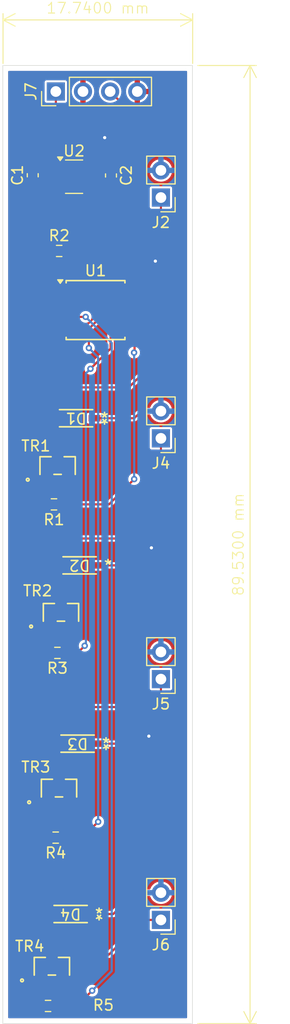
<source format=kicad_pcb>
(kicad_pcb (version 20240108) (generator "pcbnew") (generator_version "8.0")
  (layers (0 "F.Cu" signal) (31 "B.Cu" signal) (34 "B.Paste" user) (35 "F.Paste" user) (36 "B.SilkS" user "B.Silkscreen") (37 "F.SilkS" user "F.Silkscreen") (38 "B.Mask" user) (39 "F.Mask" user) (44 "Edge.Cuts" user))
  (net 0 "")
  (net 1 "GND")
  (net 2 "Vcc")
  (net 3 "Vout")
  (net 4 "BPW34")
  (net 5 "M1")
  (net 6 "Net-(U1-AREF{slash}PB0)")
  (net 7 "Net-(U1-PB1)")
  (net 8 "M2")
  (net 9 "M3")
  (net 10 "Net-(U1-PB2)")
  (net 11 "M4")
  (net 12 "Net-(U1-XTAL2{slash}PB4)")
  (net 13 "unconnected-(U1-~{RESET}{slash}PB5-Pad1)")
  (net 14 "Net-(D1-A)")
  (net 15 "Net-(D2-A)")
  (net 16 "Net-(D3-A)")
  (net 17 "Net-(D4-A)")
  (footprint "Resistor_SMD:R_0603_1608Metric_Pad0.98x0.95mm_HandSolder" (layer "F.Cu") (at 108.4425 135.54 180)
    (property "Reference" "R5" (at -5.1775 0.07 180) (layer "F.SilkS"))
    (property "Value" "R")
    (fp_line (start -0.254724 0.5225) (end 0.254724 0.5225) (stroke (width 0.12)) (layer "F.SilkS"))
    (fp_line (start -0.254724 -0.5225) (end 0.254724 -0.5225) (stroke (width 0.12)) (layer "F.SilkS"))
    (pad "1" smd roundrect (at -0.9125 0 180) (size 0.975 0.95) (layers "F.Cu" "F.Paste" "F.Mask") (net 12 "Net-(U1-XTAL2{slash}PB4)"))
    (pad "2" smd roundrect (at 0.9125 0 180) (size 0.975 0.95) (layers "F.Cu" "F.Paste" "F.Mask") (net 11 "M4"))
  )
  (footprint "Resistor_SMD:R_0603_1608Metric_Pad0.98x0.95mm_HandSolder" (layer "F.Cu") (at 108.9975 88.67 180)
    (property "Reference" "R1" (at 0 -1.43 180) (layer "F.SilkS"))
    (property "Value" "R")
    (fp_line (start -0.254724 0.5225) (end 0.254724 0.5225) (stroke (width 0.12)) (layer "F.SilkS"))
    (fp_line (start -0.254724 -0.5225) (end 0.254724 -0.5225) (stroke (width 0.12)) (layer "F.SilkS"))
    (pad "1" smd roundrect (at -0.9125 0 180) (size 0.975 0.95) (layers "F.Cu" "F.Paste" "F.Mask") (net 6 "Net-(U1-AREF{slash}PB0)"))
    (pad "2" smd roundrect (at 0.9125 0 180) (size 0.975 0.95) (layers "F.Cu" "F.Paste" "F.Mask") (net 5 "M1"))
  )
  (footprint "1N4148SMD:SOD123_DIO" (layer "F.Cu") (at 111.395 94.37 180)
    (property "Reference" "D2" (at 0 0 180) (layer "F.SilkS"))
    (property "Value" "D")
    (fp_line (start 1.552 -0.802) (end -1.552 -0.802) (stroke (width 0.1524)) (layer "F.SilkS"))
    (fp_line (start -1.552 0.802) (end 1.552 0.802) (stroke (width 0.1524)) (layer "F.SilkS"))
    (fp_text user "*" (at -2.6616 0 180) (layer "F.SilkS"))
    (pad "1" smd rect (at -1.725 0 180) (size 1.1112 0.6008) (layers "F.Cu" "F.Paste" "F.Mask") (net 3 "Vout"))
    (pad "2" smd rect (at 1.725 0 180) (size 1.1112 0.6008) (layers "F.Cu" "F.Paste" "F.Mask") (net 15 "Net-(D2-A)"))
  )
  (footprint "Package_SO:SOIC-8W_5.3x5.3mm_P1.27mm" (layer "F.Cu") (at 112.885 70.515)
    (property "Reference" "U1" (at 0 -3.68 0) (layer "F.SilkS"))
    (property "Value" "ATtiny85")
    (fp_line (start -2.75 -2.755) (end -2.75 -2.55) (stroke (width 0.15)) (layer "F.SilkS"))
    (fp_line (start -2.75 -2.755) (end 2.75 -2.755) (stroke (width 0.15)) (layer "F.SilkS"))
    (fp_line (start -2.75 2.755) (end -2.75 2.55) (stroke (width 0.15)) (layer "F.SilkS"))
    (fp_line (start -2.75 2.755) (end 2.75 2.755) (stroke (width 0.15)) (layer "F.SilkS"))
    (fp_line (start 2.75 -2.755) (end 2.75 -2.55) (stroke (width 0.15)) (layer "F.SilkS"))
    (fp_line (start 2.75 2.755) (end 2.75 2.55) (stroke (width 0.15)) (layer "F.SilkS"))
    (fp_poly (pts (xy -3.3 -2.5) (xy -3.54 -2.83) (xy -3.06 -2.83) (xy -3.3 -2.5)) (stroke (width 0.12)) (fill solid) (layer "F.SilkS"))
    (pad "1" smd rect (at -3.65 -1.905) (size 1.7 0.65) (layers "F.Cu" "F.Paste" "F.Mask") (net 13 "unconnected-(U1-~{RESET}{slash}PB5-Pad1)"))
    (pad "2" smd rect (at -3.65 -0.635) (size 1.7 0.65) (layers "F.Cu" "F.Paste" "F.Mask") (net 4 "BPW34"))
    (pad "3" smd rect (at -3.65 0.635) (size 1.7 0.65) (layers "F.Cu" "F.Paste" "F.Mask") (net 12 "Net-(U1-XTAL2{slash}PB4)"))
    (pad "4" smd rect (at -3.65 1.905) (size 1.7 0.65) (layers "F.Cu" "F.Paste" "F.Mask") (net 1 "GND"))
    (pad "5" smd rect (at 3.65 1.905) (size 1.7 0.65) (layers "F.Cu" "F.Paste" "F.Mask") (net 6 "Net-(U1-AREF{slash}PB0)"))
    (pad "6" smd rect (at 3.65 0.635) (size 1.7 0.65) (layers "F.Cu" "F.Paste" "F.Mask") (net 7 "Net-(U1-PB1)"))
    (pad "7" smd rect (at 3.65 -0.635) (size 1.7 0.65) (layers "F.Cu" "F.Paste" "F.Mask") (net 10 "Net-(U1-PB2)"))
    (pad "8" smd rect (at 3.65 -1.905) (size 1.7 0.65) (layers "F.Cu" "F.Paste" "F.Mask") (net 3 "Vout"))
  )
  (footprint "Connector_PinHeader_2.54mm:PinHeader_1x02_P2.54mm_Vertical" (layer "F.Cu") (at 119 127.5 180)
    (property "Reference" "J6" (at 0 -2.33 180) (layer "F.SilkS"))
    (property "Value" "Conn_2")
    (fp_line (start 1.33 1.27) (end 1.33 3.87) (stroke (width 0.12)) (layer "F.SilkS"))
    (fp_line (start -1.33 3.87) (end 1.33 3.87) (stroke (width 0.12)) (layer "F.SilkS"))
    (fp_line (start -1.33 1.27) (end 1.33 1.27) (stroke (width 0.12)) (layer "F.SilkS"))
    (fp_line (start -1.33 1.27) (end -1.33 3.87) (stroke (width 0.12)) (layer "F.SilkS"))
    (fp_line (start -1.33 0) (end -1.33 -1.33) (stroke (width 0.12)) (layer "F.SilkS"))
    (fp_line (start -1.33 -1.33) (end 0 -1.33) (stroke (width 0.12)) (layer "F.SilkS"))
    (pad "1" thru_hole rect (at 0 0 180) (size 1.7 1.7) (drill 1) (layers "*.Cu" "*.Mask") (net 17 "Net-(D4-A)"))
    (pad "2" thru_hole oval (at 0 2.54 180) (size 1.7 1.7) (drill 1) (layers "*.Cu" "*.Mask") (net 3 "Vout"))
  )
  (footprint "1N4148SMD:SOD123_DIO" (layer "F.Cu") (at 110.555 126.95 180)
    (property "Reference" "D4" (at 0 0 180) (layer "F.SilkS"))
    (property "Value" "D")
    (fp_line (start 1.552 -0.802) (end -1.552 -0.802) (stroke (width 0.1524)) (layer "F.SilkS"))
    (fp_line (start -1.552 0.802) (end 1.552 0.802) (stroke (width 0.1524)) (layer "F.SilkS"))
    (fp_text user "*" (at -2.6616 0 180) (layer "F.SilkS"))
    (fp_text user "*" (at -2.6616 0 180) (layer "F.SilkS"))
    (pad "1" smd rect (at -1.725 0 180) (size 1.1112 0.6008) (layers "F.Cu" "F.Paste" "F.Mask") (net 3 "Vout"))
    (pad "2" smd rect (at 1.725 0 180) (size 1.1112 0.6008) (layers "F.Cu" "F.Paste" "F.Mask") (net 17 "Net-(D4-A)"))
  )
  (footprint "1N4148SMD:SOD123_DIO" (layer "F.Cu") (at 111.205 111.03 180)
    (property "Reference" "D3" (at 0 0 180) (layer "F.SilkS"))
    (property "Value" "D")
    (fp_line (start 1.552 -0.802) (end -1.552 -0.802) (stroke (width 0.1524)) (layer "F.SilkS"))
    (fp_line (start -1.552 0.802) (end 1.552 0.802) (stroke (width 0.1524)) (layer "F.SilkS"))
    (fp_text user "*" (at -2.6616 0 180) (layer "F.SilkS"))
    (fp_text user "*" (at -2.6616 0 180) (layer "F.SilkS"))
    (pad "1" smd rect (at -1.725 0 180) (size 1.1112 0.6008) (layers "F.Cu" "F.Paste" "F.Mask") (net 3 "Vout"))
    (pad "2" smd rect (at 1.725 0 180) (size 1.1112 0.6008) (layers "F.Cu" "F.Paste" "F.Mask") (net 16 "Net-(D3-A)"))
  )
  (footprint "Connector_PinHeader_2.54mm:PinHeader_1x04_P2.54mm_Vertical" (layer "F.Cu") (at 109.17 50.09 90)
    (property "Reference" "J7" (at 0 -2.33 -90) (layer "F.SilkS"))
    (property "Value" "Conn_01x04_Pin")
    (fp_line (start -1.33 -1.33) (end 0 -1.33) (stroke (width 0.12)) (layer "F.SilkS"))
    (fp_line (start -1.33 0) (end -1.33 -1.33) (stroke (width 0.12)) (layer "F.SilkS"))
    (fp_line (start 1.33 1.27) (end 1.33 8.95) (stroke (width 0.12)) (layer "F.SilkS"))
    (fp_line (start -1.33 1.27) (end 1.33 1.27) (stroke (width 0.12)) (layer "F.SilkS"))
    (fp_line (start -1.33 1.27) (end -1.33 8.95) (stroke (width 0.12)) (layer "F.SilkS"))
    (fp_line (start -1.33 8.95) (end 1.33 8.95) (stroke (width 0.12)) (layer "F.SilkS"))
    (pad "1" thru_hole rect (at 0 0 90) (size 1.7 1.7) (drill 1) (layers "*.Cu" "*.Mask") (net 2 "Vcc"))
    (pad "2" thru_hole oval (at 0 2.54 90) (size 1.7 1.7) (drill 1) (layers "*.Cu" "*.Mask") (net 1 "GND"))
    (pad "3" thru_hole oval (at 0 5.08 90) (size 1.7 1.7) (drill 1) (layers "*.Cu" "*.Mask") (net 4 "BPW34"))
    (pad "4" thru_hole oval (at 0 7.62 90) (size 1.7 1.7) (drill 1) (layers "*.Cu" "*.Mask") (net 1 "GND"))
  )
  (footprint "Connector_PinHeader_2.54mm:PinHeader_1x02_P2.54mm_Vertical" (layer "F.Cu") (at 119 105 180)
    (property "Reference" "J5" (at 0 -2.33 180) (layer "F.SilkS"))
    (property "Value" "Conn_2")
    (fp_line (start 1.33 1.27) (end 1.33 3.87) (stroke (width 0.12)) (layer "F.SilkS"))
    (fp_line (start -1.33 3.87) (end 1.33 3.87) (stroke (width 0.12)) (layer "F.SilkS"))
    (fp_line (start -1.33 1.27) (end 1.33 1.27) (stroke (width 0.12)) (layer "F.SilkS"))
    (fp_line (start -1.33 1.27) (end -1.33 3.87) (stroke (width 0.12)) (layer "F.SilkS"))
    (fp_line (start -1.33 0) (end -1.33 -1.33) (stroke (width 0.12)) (layer "F.SilkS"))
    (fp_line (start -1.33 -1.33) (end 0 -1.33) (stroke (width 0.12)) (layer "F.SilkS"))
    (pad "1" thru_hole rect (at 0 0 180) (size 1.7 1.7) (drill 1) (layers "*.Cu" "*.Mask") (net 16 "Net-(D3-A)"))
    (pad "2" thru_hole oval (at 0 2.54 180) (size 1.7 1.7) (drill 1) (layers "*.Cu" "*.Mask") (net 3 "Vout"))
  )
  (footprint "MMBT2222A:MTR_MMBT2222A-TP_MCE" (layer "F.Cu") (at 108.8015 131.83)
    (property "Reference" "TR4" (at -2.0815 -1.87 0) (layer "F.SilkS"))
    (property "Value" "MMBT2222A-TP")
    (fp_line (start -1.651 -0.8255) (end -1.651 0.8255) (stroke (width 0.1524)) (layer "F.SilkS"))
    (fp_line (start -0.61214 -0.8255) (end -1.651 -0.8255) (stroke (width 0.1524)) (layer "F.SilkS"))
    (fp_line (start -0.34036 0.8255) (end 0.34036 0.8255) (stroke (width 0.1524)) (layer "F.SilkS"))
    (fp_line (start 1.651 -0.8255) (end 0.61214 -0.8255) (stroke (width 0.1524)) (layer "F.SilkS"))
    (fp_line (start 1.651 0.8255) (end 1.651 -0.8255) (stroke (width 0.1524)) (layer "F.SilkS"))
    (fp_circle (center -2.794 1.3208) (end -2.667 1.3208) (stroke (width 0.1524)) (fill none) (layer "F.SilkS"))
    (pad "1" smd rect (at -0.9525 1.0668) (size 0.5588 1.2192) (layers "F.Cu" "F.Paste" "F.Mask") (net 11 "M4"))
    (pad "2" smd rect (at 0.9525 1.0668) (size 0.5588 1.2192) (layers "F.Cu" "F.Paste" "F.Mask") (net 1 "GND"))
    (pad "3" smd rect (at 0 -1.0668) (size 0.5588 1.2192) (layers "F.Cu" "F.Paste" "F.Mask") (net 17 "Net-(D4-A)"))
  )
  (footprint "Connector_PinHeader_2.54mm:PinHeader_1x02_P2.54mm_Vertical" (layer "F.Cu") (at 119 60 180)
    (property "Reference" "J2" (at 0 -2.33 180) (layer "F.SilkS"))
    (property "Value" "Conn_2")
    (fp_line (start 1.33 1.27) (end 1.33 3.87) (stroke (width 0.12)) (layer "F.SilkS"))
    (fp_line (start -1.33 3.87) (end 1.33 3.87) (stroke (width 0.12)) (layer "F.SilkS"))
    (fp_line (start -1.33 1.27) (end 1.33 1.27) (stroke (width 0.12)) (layer "F.SilkS"))
    (fp_line (start -1.33 1.27) (end -1.33 3.87) (stroke (width 0.12)) (layer "F.SilkS"))
    (fp_line (start -1.33 0) (end -1.33 -1.33) (stroke (width 0.12)) (layer "F.SilkS"))
    (fp_line (start -1.33 -1.33) (end 0 -1.33) (stroke (width 0.12)) (layer "F.SilkS"))
    (pad "1" thru_hole rect (at 0 0 180) (size 1.7 1.7) (drill 1) (layers "*.Cu" "*.Mask") (net 14 "Net-(D1-A)"))
    (pad "2" thru_hole oval (at 0 2.54 180) (size 1.7 1.7) (drill 1) (layers "*.Cu" "*.Mask") (net 3 "Vout"))
  )
  (footprint "Resistor_SMD:R_0603_1608Metric_Pad0.98x0.95mm_HandSolder" (layer "F.Cu") (at 109.3175 102.55 180)
    (property "Reference" "R3" (at 0 -1.43 180) (layer "F.SilkS"))
    (property "Value" "R")
    (fp_line (start -0.254724 0.5225) (end 0.254724 0.5225) (stroke (width 0.12)) (layer "F.SilkS"))
    (fp_line (start -0.254724 -0.5225) (end 0.254724 -0.5225) (stroke (width 0.12)) (layer "F.SilkS"))
    (pad "1" smd roundrect (at -0.9125 0 180) (size 0.975 0.95) (layers "F.Cu" "F.Paste" "F.Mask") (net 7 "Net-(U1-PB1)"))
    (pad "2" smd roundrect (at 0.9125 0 180) (size 0.975 0.95) (layers "F.Cu" "F.Paste" "F.Mask") (net 8 "M2"))
  )
  (footprint "Package_TO_SOT_SMD:SOT-23-5" (layer "F.Cu") (at 110.8775 58.05)
    (property "Reference" "U2" (at 0 -2.4 0) (layer "F.SilkS"))
    (property "Value" "MIC5504")
    (fp_line (start 0 -1.56) (end -0.8 -1.56) (stroke (width 0.12)) (layer "F.SilkS"))
    (fp_line (start 0 -1.56) (end 0.8 -1.56) (stroke (width 0.12)) (layer "F.SilkS"))
    (fp_line (start 0 1.56) (end -0.8 1.56) (stroke (width 0.12)) (layer "F.SilkS"))
    (fp_line (start 0 1.56) (end 0.8 1.56) (stroke (width 0.12)) (layer "F.SilkS"))
    (fp_poly (pts (xy -1.3 -1.51) (xy -1.54 -1.84) (xy -1.06 -1.84) (xy -1.3 -1.51)) (stroke (width 0.12)) (fill solid) (layer "F.SilkS"))
    (pad "1" smd roundrect (at -1.1375 -0.95) (size 1.325 0.6) (layers "F.Cu" "F.Paste" "F.Mask") (net 2 "Vcc"))
    (pad "2" smd roundrect (at -1.1375 0) (size 1.325 0.6) (layers "F.Cu" "F.Paste" "F.Mask") (net 1 "GND"))
    (pad "3" smd roundrect (at -1.1375 0.95) (size 1.325 0.6) (layers "F.Cu" "F.Paste" "F.Mask") (net 2 "Vcc"))
    (pad "4" smd roundrect (at 1.1375 0.95) (size 1.325 0.6) (layers "F.Cu" "F.Paste" "F.Mask"))
    (pad "5" smd roundrect (at 1.1375 -0.95) (size 1.325 0.6) (layers "F.Cu" "F.Paste" "F.Mask") (net 3 "Vout"))
  )
  (footprint "Capacitor_SMD:C_0603_1608Metric_Pad1.08x0.95mm_HandSolder" (layer "F.Cu") (at 107.01 57.915 90)
    (property "Reference" "C1" (at 0 -1.43 90) (layer "F.SilkS"))
    (property "Value" "C")
    (fp_line (start -0.146267 -0.51) (end 0.146267 -0.51) (stroke (width 0.12)) (layer "F.SilkS"))
    (fp_line (start -0.146267 0.51) (end 0.146267 0.51) (stroke (width 0.12)) (layer "F.SilkS"))
    (pad "1" smd roundrect (at -0.8625 0 90) (size 1.075 0.95) (layers "F.Cu" "F.Paste" "F.Mask") (net 1 "GND"))
    (pad "2" smd roundrect (at 0.8625 0 90) (size 1.075 0.95) (layers "F.Cu" "F.Paste" "F.Mask") (net 2 "Vcc"))
  )
  (footprint "MMBT2222A:MTR_MMBT2222A-TP_MCE" (layer "F.Cu") (at 109.3375 85.0432)
    (property "Reference" "TR1" (at -2.0375 -1.8332 0) (layer "F.SilkS"))
    (property "Value" "MMBT2222A-TP")
    (fp_line (start -1.651 -0.8255) (end -1.651 0.8255) (stroke (width 0.1524)) (layer "F.SilkS"))
    (fp_line (start -0.61214 -0.8255) (end -1.651 -0.8255) (stroke (width 0.1524)) (layer "F.SilkS"))
    (fp_line (start -0.34036 0.8255) (end 0.34036 0.8255) (stroke (width 0.1524)) (layer "F.SilkS"))
    (fp_line (start 1.651 -0.8255) (end 0.61214 -0.8255) (stroke (width 0.1524)) (layer "F.SilkS"))
    (fp_line (start 1.651 0.8255) (end 1.651 -0.8255) (stroke (width 0.1524)) (layer "F.SilkS"))
    (fp_circle (center -2.794 1.3208) (end -2.667 1.3208) (stroke (width 0.1524)) (fill none) (layer "F.SilkS"))
    (pad "1" smd rect (at -0.9525 1.0668) (size 0.5588 1.2192) (layers "F.Cu" "F.Paste" "F.Mask") (net 5 "M1"))
    (pad "2" smd rect (at 0.9525 1.0668) (size 0.5588 1.2192) (layers "F.Cu" "F.Paste" "F.Mask") (net 1 "GND"))
    (pad "3" smd rect (at 0 -1.0668) (size 0.5588 1.2192) (layers "F.Cu" "F.Paste" "F.Mask") (net 14 "Net-(D1-A)"))
  )
  (footprint "MMBT2222A:MTR_MMBT2222A-TP_MCE" (layer "F.Cu") (at 109.4675 115.1832)
    (property "Reference" "TR3" (at -2.1675 -1.9632 0) (layer "F.SilkS"))
    (property "Value" "MMBT2222A-TP")
    (fp_line (start -1.651 -0.8255) (end -1.651 0.8255) (stroke (width 0.1524)) (layer "F.SilkS"))
    (fp_line (start -0.61214 -0.8255) (end -1.651 -0.8255) (stroke (width 0.1524)) (layer "F.SilkS"))
    (fp_line (start -0.34036 0.8255) (end 0.34036 0.8255) (stroke (width 0.1524)) (layer "F.SilkS"))
    (fp_line (start 1.651 -0.8255) (end 0.61214 -0.8255) (stroke (width 0.1524)) (layer "F.SilkS"))
    (fp_line (start 1.651 0.8255) (end 1.651 -0.8255) (stroke (width 0.1524)) (layer "F.SilkS"))
    (fp_circle (center -2.794 1.3208) (end -2.667 1.3208) (stroke (width 0.1524)) (fill none) (layer "F.SilkS"))
    (pad "1" smd rect (at -0.9525 1.0668) (size 0.5588 1.2192) (layers "F.Cu" "F.Paste" "F.Mask") (net 9 "M3"))
    (pad "2" smd rect (at 0.9525 1.0668) (size 0.5588 1.2192) (layers "F.Cu" "F.Paste" "F.Mask") (net 1 "GND"))
    (pad "3" smd rect (at 0 -1.0668) (size 0.5588 1.2192) (layers "F.Cu" "F.Paste" "F.Mask") (net 16 "Net-(D3-A)"))
  )
  (footprint "Resistor_SMD:R_0603_1608Metric_Pad0.98x0.95mm_HandSolder" (layer "F.Cu") (at 109.1575 119.81 180)
    (property "Reference" "R4" (at 0 -1.43 180) (layer "F.SilkS"))
    (property "Value" "R")
    (fp_line (start -0.254724 0.5225) (end 0.254724 0.5225) (stroke (width 0.12)) (layer "F.SilkS"))
    (fp_line (start -0.254724 -0.5225) (end 0.254724 -0.5225) (stroke (width 0.12)) (layer "F.SilkS"))
    (pad "1" smd roundrect (at -0.9125 0 180) (size 0.975 0.95) (layers "F.Cu" "F.Paste" "F.Mask") (net 10 "Net-(U1-PB2)"))
    (pad "2" smd roundrect (at 0.9125 0 180) (size 0.975 0.95) (layers "F.Cu" "F.Paste" "F.Mask") (net 9 "M3"))
  )
  (footprint "Capacitor_SMD:C_0603_1608Metric_Pad1.08x0.95mm_HandSolder" (layer "F.Cu") (at 114.33 57.935 -90)
    (property "Reference" "C2" (at 0 -1.43 -90) (layer "F.SilkS"))
    (property "Value" "C")
    (fp_line (start -0.146267 0.51) (end 0.146267 0.51) (stroke (width 0.12)) (layer "F.SilkS"))
    (fp_line (start -0.146267 -0.51) (end 0.146267 -0.51) (stroke (width 0.12)) (layer "F.SilkS"))
    (pad "1" smd roundrect (at -0.8625 0 270) (size 1.075 0.95) (layers "F.Cu" "F.Paste" "F.Mask") (net 3 "Vout"))
    (pad "2" smd roundrect (at 0.8625 0 270) (size 1.075 0.95) (layers "F.Cu" "F.Paste" "F.Mask") (net 1 "GND"))
  )
  (footprint "Resistor_SMD:R_0603_1608Metric_Pad0.98x0.95mm_HandSolder" (layer "F.Cu") (at 109.4825 64.99)
    (property "Reference" "R2" (at 0 -1.43 0) (layer "F.SilkS"))
    (property "Value" "R")
    (fp_line (start -0.254724 -0.5225) (end 0.254724 -0.5225) (stroke (width 0.12)) (layer "F.SilkS"))
    (fp_line (start -0.254724 0.5225) (end 0.254724 0.5225) (stroke (width 0.12)) (layer "F.SilkS"))
    (pad "1" smd roundrect (at -0.9125 0) (size 0.975 0.95) (layers "F.Cu" "F.Paste" "F.Mask") (net 1 "GND"))
    (pad "2" smd roundrect (at 0.9125 0) (size 0.975 0.95) (layers "F.Cu" "F.Paste" "F.Mask") (net 4 "BPW34"))
  )
  (footprint "Connector_PinHeader_2.54mm:PinHeader_1x02_P2.54mm_Vertical" (layer "F.Cu") (at 119 82.5 180)
    (property "Reference" "J4" (at 0 -2.33 180) (layer "F.SilkS"))
    (property "Value" "Conn_2")
    (fp_line (start 1.33 1.27) (end 1.33 3.87) (stroke (width 0.12)) (layer "F.SilkS"))
    (fp_line (start -1.33 3.87) (end 1.33 3.87) (stroke (width 0.12)) (layer "F.SilkS"))
    (fp_line (start -1.33 1.27) (end 1.33 1.27) (stroke (width 0.12)) (layer "F.SilkS"))
    (fp_line (start -1.33 1.27) (end -1.33 3.87) (stroke (width 0.12)) (layer "F.SilkS"))
    (fp_line (start -1.33 0) (end -1.33 -1.33) (stroke (width 0.12)) (layer "F.SilkS"))
    (fp_line (start -1.33 -1.33) (end 0 -1.33) (stroke (width 0.12)) (layer "F.SilkS"))
    (pad "1" thru_hole rect (at 0 0 180) (size 1.7 1.7) (drill 1) (layers "*.Cu" "*.Mask") (net 15 "Net-(D2-A)"))
    (pad "2" thru_hole oval (at 0 2.54 180) (size 1.7 1.7) (drill 1) (layers "*.Cu" "*.Mask") (net 3 "Vout"))
  )
  (footprint "1N4148SMD:SOD123_DIO" (layer "F.Cu") (at 111.065 80.62 180)
    (property "Reference" "D1" (at 0 0 180) (layer "F.SilkS"))
    (property "Value" "D")
    (fp_line (start 1.552 -0.802) (end -1.552 -0.802) (stroke (width 0.1524)) (layer "F.SilkS"))
    (fp_line (start -1.552 0.802) (end 1.552 0.802) (stroke (width 0.1524)) (layer "F.SilkS"))
    (fp_text user "*" (at -2.6616 0 180) (layer "F.SilkS"))
    (fp_text user "*" (at -2.6616 0 180) (layer "F.SilkS"))
    (pad "1" smd rect (at -1.725 0 180) (size 1.1112 0.6008) (layers "F.Cu" "F.Paste" "F.Mask") (net 3 "Vout"))
    (pad "2" smd rect (at 1.725 0 180) (size 1.1112 0.6008) (layers "F.Cu" "F.Paste" "F.Mask") (net 14 "Net-(D1-A)"))
  )
  (footprint "MMBT2222A:MTR_MMBT2222A-TP_MCE" (layer "F.Cu") (at 109.6515 98.76)
    (property "Reference" "TR2" (at -2.1815 -2.01 0) (layer "F.SilkS"))
    (property "Value" "MMBT2222A-TP")
    (fp_line (start -1.651 -0.8255) (end -1.651 0.8255) (stroke (width 0.1524)) (layer "F.SilkS"))
    (fp_line (start -0.61214 -0.8255) (end -1.651 -0.8255) (stroke (width 0.1524)) (layer "F.SilkS"))
    (fp_line (start -0.34036 0.8255) (end 0.34036 0.8255) (stroke (width 0.1524)) (layer "F.SilkS"))
    (fp_line (start 1.651 -0.8255) (end 0.61214 -0.8255) (stroke (width 0.1524)) (layer "F.SilkS"))
    (fp_line (start 1.651 0.8255) (end 1.651 -0.8255) (stroke (width 0.1524)) (layer "F.SilkS"))
    (fp_circle (center -2.794 1.3208) (end -2.667 1.3208) (stroke (width 0.1524)) (fill none) (layer "F.SilkS"))
    (pad "1" smd rect (at -0.9525 1.0668) (size 0.5588 1.2192) (layers "F.Cu" "F.Paste" "F.Mask") (net 8 "M2"))
    (pad "2" smd rect (at 0.9525 1.0668) (size 0.5588 1.2192) (layers "F.Cu" "F.Paste" "F.Mask") (net 1 "GND"))
    (pad "3" smd rect (at 0 -1.0668) (size 0.5588 1.2192) (layers "F.Cu" "F.Paste" "F.Mask") (net 15 "Net-(D2-A)"))
  )
  (gr_rect (start 104.21 47.66) (end 121.95 137.19) (stroke (width 0.05)) (fill none) (layer "Edge.Cuts"))
  (dimension (type aligned) (layer "F.SilkS") (pts (xy 104.23 47.97) (xy 121.97 47.97)) (height -4.57) (gr_text "17.7400 mm" (at 113.1 42.3 0) (layer "F.SilkS") (effects (font (size 1 1) (thickness 0.1)))) (format (prefix "") (suffix "") (units 3) (units_format 1) (precision 4)) (style (thickness 0.1) (arrow_length 1.27) (text_position_mode 0) (extension_height 0.58642) (extension_offset 0.5) keep_text_aligned))
  (dimension (type aligned) (layer "F.SilkS") (pts (xy 121.95 47.66) (xy 121.95 137.19)) (height -5.39) (gr_text "89.5300 mm" (at 126.24 92.425 90) (layer "F.SilkS") (effects (font (size 1 1) (thickness 0.1)))) (format (prefix "") (suffix "") (units 3) (units_format 1) (precision 4)) (style (thickness 0.1) (arrow_length 1.27) (text_position_mode 0) (extension_height 0.58642) (extension_offset 0.5) keep_text_aligned))
  (segment (start 109.17 51.35) (end 109.17 50.09) (width 0.2) (layer "F.Cu") (net 2))
  (segment (start 108.2 57.14) (end 108.31 57.14) (width 0.2) (layer "F.Cu") (net 2))
  (segment (start 109.7 57.14) (end 109.74 57.1) (width 0.2) (layer "F.Cu") (net 2))
  (segment (start 108.46 59.89) (end 107.78 60.57) (width 0.2) (layer "F.Cu") (net 2))
  (segment (start 105.34 59.77) (end 105.34 57.78) (width 0.2) (layer "F.Cu") (net 2))
  (segment (start 105.98 57.14) (end 107.01 57.14) (width 0.2) (layer "F.Cu") (net 2))
  (segment (start 107.01 57.14) (end 107.01 53.51) (width 0.2) (layer "F.Cu") (net 2))
  (segment (start 106.14 60.57) (end 105.34 59.77) (width 0.2) (layer "F.Cu") (net 2))
  (segment (start 107.01 53.51) (end 109.17 51.35) (width 0.2) (layer "F.Cu") (net 2))
  (segment (start 109.74 59) (end 108.78 59) (width 0.2) (layer "F.Cu") (net 2))
  (segment (start 108.46 59.32) (end 108.46 59.89) (width 0.2) (layer "F.Cu") (net 2))
  (segment (start 107.01 57.14) (end 108.2 57.14) (width 0.2) (layer "F.Cu") (net 2))
  (segment (start 105.34 57.78) (end 105.98 57.14) (width 0.2) (layer "F.Cu") (net 2))
  (segment (start 108.78 59) (end 108.46 59.32) (width 0.2) (layer "F.Cu") (net 2))
  (segment (start 108.31 57.14) (end 109.7 57.14) (width 0.2) (layer "F.Cu") (net 2))
  (segment (start 107.78 60.57) (end 106.14 60.57) (width 0.2) (layer "F.Cu") (net 2))
  (segment (start 116.47 94.37) (end 118.11 92.73) (width 0.2) (layer "F.Cu") (net 3))
  (segment (start 118.48 65.94) (end 118.48 67.96) (width 0.2) (layer "F.Cu") (net 3))
  (segment (start 114.27 57.1) (end 114.33 57.16) (width 0.2) (layer "F.Cu") (net 3))
  (segment (start 112.79 80.62) (end 116.51 80.62) (width 0.2) (layer "F.Cu") (net 3))
  (segment (start 114.33 54.99) (end 113.74 54.4) (width 0.2) (layer "F.Cu") (net 3))
  (segment (start 114.54 126.95) (end 116.53 124.96) (width 0.2) (layer "F.Cu") (net 3))
  (segment (start 114.33 57.16) (end 114.33 54.99) (width 0.2) (layer "F.Cu") (net 3))
  (segment (start 116.53 124.96) (end 119 124.96) (width 0.2) (layer "F.Cu") (net 3))
  (segment (start 112.28 126.95) (end 114.54 126.95) (width 0.2) (layer "F.Cu") (net 3))
  (segment (start 112.93 111.03) (end 117.17 111.03) (width 0.2) (layer "F.Cu") (net 3))
  (segment (start 112.015 57.1) (end 114.27 57.1) (width 0.2) (layer "F.Cu") (net 3))
  (segment (start 117.17 79.96) (end 119 79.96) (width 0.2) (layer "F.Cu") (net 3))
  (segment (start 117.83 68.61) (end 116.535 68.61) (width 0.2) (layer "F.Cu") (net 3))
  (segment (start 118.48 67.96) (end 117.83 68.61) (width 0.2) (layer "F.Cu") (net 3))
  (segment (start 113.12 94.37) (end 116.47 94.37) (width 0.2) (layer "F.Cu") (net 3))
  (segment (start 117.17 111.03) (end 117.87 110.33) (width 0.2) (layer "F.Cu") (net 3))
  (segment (start 116.51 80.62) (end 117.17 79.96) (width 0.2) (layer "F.Cu") (net 3))
  (via (at 118.11 92.73) (size 0.6) (drill 0.3) (layers "F.Cu" "B.Cu") (net 3))
  (via (at 113.74 54.4) (size 0.6) (drill 0.3) (layers "F.Cu" "B.Cu") (net 3))
  (via (at 118.48 65.94) (size 0.6) (drill 0.3) (layers "F.Cu" "B.Cu") (net 3))
  (via (at 117.87 110.33) (size 0.6) (drill 0.3) (layers "F.Cu" "B.Cu") (net 3))
  (segment (start 112.3 64.99) (end 116.4 60.89) (width 0.2) (layer "F.Cu") (net 4))
  (segment (start 110.395 64.99) (end 110.395 66.005) (width 0.2) (layer "F.Cu") (net 4))
  (segment (start 110.395 66.005) (end 109.72 66.68) (width 0.2) (layer "F.Cu") (net 4))
  (segment (start 110.395 64.99) (end 112.3 64.99) (width 0.2) (layer "F.Cu") (net 4))
  (segment (start 116.4 52.24) (end 114.25 50.09) (width 0.2) (layer "F.Cu") (net 4))
  (segment (start 106.47 67.37) (end 106.47 69.17) (width 0.2) (layer "F.Cu") (net 4))
  (segment (start 109.72 66.68) (end 107.16 66.68) (width 0.2) (layer "F.Cu") (net 4))
  (segment (start 116.4 60.89) (end 116.4 52.24) (width 0.2) (layer "F.Cu") (net 4))
  (segment (start 107.16 66.68) (end 106.47 67.37) (width 0.2) (layer "F.Cu") (net 4))
  (segment (start 107.18 69.88) (end 109.235 69.88) (width 0.2) (layer "F.Cu") (net 4))
  (segment (start 106.47 69.17) (end 107.18 69.88) (width 0.2) (layer "F.Cu") (net 4))
  (segment (start 108.4 88.67) (end 108.44 88.63) (width 0.2) (layer "F.Cu") (net 5))
  (segment (start 108.44 86.165) (end 108.385 86.11) (width 0.2) (layer "F.Cu") (net 5))
  (segment (start 108.385 87.605) (end 108.385 86.11) (width 0.2) (layer "F.Cu") (net 5))
  (segment (start 108.085 88.67) (end 108.085 87.905) (width 0.2) (layer "F.Cu") (net 5))
  (segment (start 108.085 87.905) (end 108.385 87.605) (width 0.2) (layer "F.Cu") (net 5))
  (segment (start 109.595 88.67) (end 114.14 88.67) (width 0.2) (layer "F.Cu") (net 6))
  (segment (start 116.49 74.49) (end 116.535 74.445) (width 0.2) (layer "F.Cu") (net 6))
  (segment (start 114.14 88.67) (end 116.5 86.31) (width 0.2) (layer "F.Cu") (net 6))
  (segment (start 116.535 74.445) (end 116.535 72.42) (width 0.2) (layer "F.Cu") (net 6))
  (via (at 116.49 74.49) (size 0.6) (drill 0.3) (layers "F.Cu" "B.Cu") (net 6))
  (via (at 116.5 86.31) (size 0.6) (drill 0.3) (layers "F.Cu" "B.Cu") (net 6))
  (segment (start 116.5 86.31) (end 116.5 74.5) (width 0.2) (layer "B.Cu") (net 6))
  (segment (start 116.5 74.5) (end 116.49 74.49) (width 0.2) (layer "B.Cu") (net 6))
  (segment (start 111.2 102.55) (end 111.87 101.88) (width 0.2) (layer "F.Cu") (net 7))
  (segment (start 112.41 76) (end 114.29 74.12) (width 0.2) (layer "F.Cu") (net 7))
  (segment (start 109.915 102.55) (end 111.2 102.55) (width 0.2) (layer "F.Cu") (net 7))
  (segment (start 115.13 71.15) (end 116.535 71.15) (width 0.2) (layer "F.Cu") (net 7))
  (segment (start 114.29 71.99) (end 115.13 71.15) (width 0.2) (layer "F.Cu") (net 7))
  (segment (start 114.29 74.12) (end 114.29 71.99) (width 0.2) (layer "F.Cu") (net 7))
  (via (at 112.41 76) (size 0.6) (drill 0.3) (layers "F.Cu" "B.Cu") (net 7))
  (via (at 111.87 101.88) (size 0.6) (drill 0.3) (layers "F.Cu" "B.Cu") (net 7))
  (segment (start 111.98 76.43) (end 112.41 76) (width 0.2) (layer "B.Cu") (net 7))
  (segment (start 111.87 101.88) (end 111.98 101.77) (width 0.2) (layer "B.Cu") (net 7))
  (segment (start 111.98 101.77) (end 111.98 76.43) (width 0.2) (layer "B.Cu") (net 7))
  (segment (start 108.72 102.55) (end 108.72 99.8478) (width 0.2) (layer "F.Cu") (net 8))
  (segment (start 108.72 99.8478) (end 108.699 99.8268) (width 0.2) (layer "F.Cu") (net 8))
  (segment (start 108.56 116.295) (end 108.515 116.25) (width 0.2) (layer "F.Cu") (net 9))
  (segment (start 108.56 119.81) (end 108.56 116.295) (width 0.2) (layer "F.Cu") (net 9))
  (segment (start 114.65 69.88) (end 116.535 69.88) (width 0.2) (layer "F.Cu") (net 10))
  (segment (start 112.26 74.06) (end 112.26 72.27) (width 0.2) (layer "F.Cu") (net 10))
  (segment (start 112.26 72.27) (end 114.65 69.88) (width 0.2) (layer "F.Cu") (net 10))
  (segment (start 111.65 119.81) (end 113.13 118.33) (width 0.2) (layer "F.Cu") (net 10))
  (segment (start 109.755 119.81) (end 111.65 119.81) (width 0.2) (layer "F.Cu") (net 10))
  (via (at 112.26 74.06) (size 0.6) (drill 0.3) (layers "F.Cu" "B.Cu") (net 10))
  (via (at 113.13 118.33) (size 0.6) (drill 0.3) (layers "F.Cu" "B.Cu") (net 10))
  (segment (start 113.13 74.93) (end 113.13 118.33) (width 0.2) (layer "B.Cu") (net 10))
  (segment (start 112.26 74.06) (end 113.13 74.93) (width 0.2) (layer "B.Cu") (net 10))
  (segment (start 107.845 132.9008) (end 107.849 132.8968) (width 0.2) (layer "F.Cu") (net 11))
  (segment (start 107.845 135.54) (end 107.845 132.9008) (width 0.2) (layer "F.Cu") (net 11))
  (segment (start 109.04 135.54) (end 111.14 135.54) (width 0.2) (layer "F.Cu") (net 12))
  (segment (start 111.14 135.54) (end 112.57 134.11) (width 0.2) (layer "F.Cu") (net 12))
  (segment (start 111.96 71.15) (end 109.235 71.15) (width 0.2) (layer "F.Cu") (net 12))
  (via (at 111.96 71.15) (size 0.6) (drill 0.3) (layers "F.Cu" "B.Cu") (net 12))
  (via (at 112.57 134.11) (size 0.6) (drill 0.3) (layers "F.Cu" "B.Cu") (net 12))
  (segment (start 114.4 73.59) (end 114.4 132.28) (width 0.2) (layer "B.Cu") (net 12))
  (segment (start 114.4 132.28) (end 112.57 134.11) (width 0.2) (layer "B.Cu") (net 12))
  (segment (start 111.96 71.15) (end 114.4 73.59) (width 0.2) (layer "B.Cu") (net 12))
  (segment (start 109.315 68.69) (end 109.235 68.61) (width 0.2) (layer "F.Cu") (net 13))
  (segment (start 109.3375 80.6225) (end 109.34 80.62) (width 0.2) (layer "F.Cu") (net 14))
  (segment (start 116 77.74) (end 120.21 73.53) (width 0.2) (layer "F.Cu") (net 14))
  (segment (start 110.9 77.74) (end 116 77.74) (width 0.2) (layer "F.Cu") (net 14))
  (segment (start 120.21 73.53) (end 120.21 62.39) (width 0.2) (layer "F.Cu") (net 14))
  (segment (start 120.21 62.39) (end 119 61.18) (width 0.2) (layer "F.Cu") (net 14))
  (segment (start 119 61.18) (end 119 60) (width 0.2) (layer "F.Cu") (net 14))
  (segment (start 109.3375 83.9764) (end 109.3375 80.6225) (width 0.2) (layer "F.Cu") (net 14))
  (segment (start 109.34 79.3) (end 110.9 77.74) (width 0.2) (layer "F.Cu") (net 14))
  (segment (start 109.34 80.62) (end 109.34 79.3) (width 0.2) (layer "F.Cu") (net 14))
  (segment (start 110.9 91.86) (end 115.85 91.86) (width 0.2) (layer "F.Cu") (net 15))
  (segment (start 109.67 94.37) (end 109.67 93.09) (width 0.2) (layer "F.Cu") (net 15))
  (segment (start 109.6515 97.6932) (end 109.6515 94.3885) (width 0.2) (layer "F.Cu") (net 15))
  (segment (start 119 88.71) (end 119 82.5) (width 0.2) (layer "F.Cu") (net 15))
  (segment (start 115.85 91.86) (end 119 88.71) (width 0.2) (layer "F.Cu") (net 15))
  (segment (start 109.6515 94.3885) (end 109.67 94.37) (width 0.2) (layer "F.Cu") (net 15))
  (segment (start 109.67 93.09) (end 110.9 91.86) (width 0.2) (layer "F.Cu") (net 15))
  (segment (start 109.48 114.1039) (end 109.4675 114.1164) (width 0.2) (layer "F.Cu") (net 16))
  (segment (start 111.29 107.61) (end 117.81 107.61) (width 0.2) (layer "F.Cu") (net 16))
  (segment (start 119 106.42) (end 119 105) (width 0.2) (layer "F.Cu") (net 16))
  (segment (start 109.48 111.03) (end 109.48 114.1039) (width 0.2) (layer "F.Cu") (net 16))
  (segment (start 117.81 107.61) (end 119 106.42) (width 0.2) (layer "F.Cu") (net 16))
  (segment (start 109.48 111.03) (end 109.48 109.42) (width 0.2) (layer "F.Cu") (net 16))
  (segment (start 109.48 109.42) (end 111.29 107.61) (width 0.2) (layer "F.Cu") (net 16))
  (segment (start 108.8015 130.7632) (end 108.8015 126.9785) (width 0.2) (layer "F.Cu") (net 17))
  (segment (start 114.1068 130.7632) (end 108.8015 130.7632) (width 0.2) (layer "F.Cu") (net 17))
  (segment (start 119 127.5) (end 117.37 127.5) (width 0.2) (layer "F.Cu") (net 17))
  (segment (start 108.8015 126.9785) (end 108.83 126.95) (width 0.2) (layer "F.Cu") (net 17))
  (segment (start 117.37 127.5) (end 114.1068 130.7632) (width 0.2) (layer "F.Cu") (net 17))
  (zone (net 1) (net_name "GND") (layer "F.Cu") (connect_pads (clearance 0.1524)) (min_thickness 0.1524) (fill yes (thermal_gap 0.5) (thermal_bridge_width 0.5))
    (polygon (pts (xy 104.36 47.83) (xy 121.81 47.92) (xy 121.57 136.97) (xy 104.49 137.05)))
  )
  (zone (net 3) (net_name "Vout") (layer "B.Cu") (priority 1) (connect_pads (clearance 0.1524)) (min_thickness 0.1524) (fill yes (thermal_gap 0.5) (thermal_bridge_width 0.5))
    (polygon (pts (xy 104.38 47.87) (xy 121.77 47.92) (xy 121.64 137.05) (xy 104.49 136.96)))
  )
)
</source>
